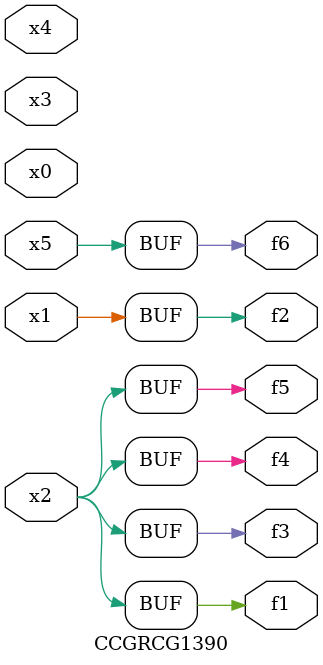
<source format=v>
module CCGRCG1390(
	input x0, x1, x2, x3, x4, x5,
	output f1, f2, f3, f4, f5, f6
);
	assign f1 = x2;
	assign f2 = x1;
	assign f3 = x2;
	assign f4 = x2;
	assign f5 = x2;
	assign f6 = x5;
endmodule

</source>
